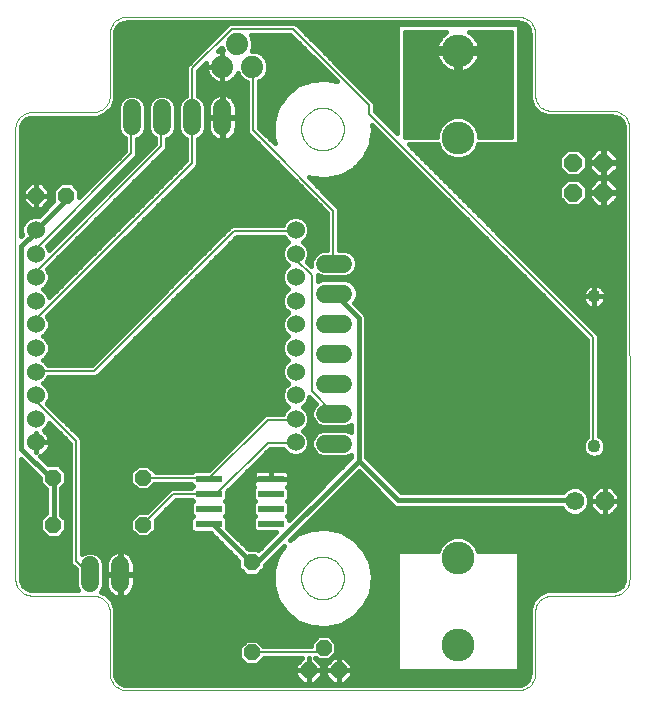
<source format=gtl>
G75*
%MOIN*%
%OFA0B0*%
%FSLAX24Y24*%
%IPPOS*%
%LPD*%
%AMOC8*
5,1,8,0,0,1.08239X$1,22.5*
%
%ADD10C,0.0000*%
%ADD11C,0.0740*%
%ADD12OC8,0.0520*%
%ADD13C,0.1095*%
%ADD14OC8,0.0620*%
%ADD15C,0.0620*%
%ADD16C,0.0600*%
%ADD17C,0.0436*%
%ADD18OC8,0.0600*%
%ADD19C,0.0600*%
%ADD20R,0.0870X0.0240*%
%ADD21C,0.0160*%
%ADD22R,0.0356X0.0356*%
%ADD23C,0.0157*%
%ADD24C,0.0079*%
D10*
X003547Y002773D02*
X003545Y002819D01*
X003539Y002865D01*
X003530Y002910D01*
X003517Y002954D01*
X003500Y002997D01*
X003480Y003038D01*
X003456Y003078D01*
X003430Y003115D01*
X003400Y003150D01*
X003367Y003183D01*
X003332Y003213D01*
X003295Y003239D01*
X003255Y003263D01*
X003214Y003283D01*
X003171Y003300D01*
X003127Y003313D01*
X003082Y003322D01*
X003036Y003328D01*
X002990Y003330D01*
X000954Y003330D01*
X000954Y003329D02*
X000908Y003331D01*
X000862Y003337D01*
X000817Y003346D01*
X000773Y003359D01*
X000730Y003376D01*
X000689Y003396D01*
X000649Y003420D01*
X000612Y003446D01*
X000577Y003476D01*
X000544Y003509D01*
X000514Y003544D01*
X000488Y003581D01*
X000464Y003621D01*
X000444Y003662D01*
X000427Y003705D01*
X000414Y003749D01*
X000405Y003794D01*
X000399Y003840D01*
X000397Y003886D01*
X000397Y018907D01*
X000398Y018907D02*
X000400Y018952D01*
X000405Y018996D01*
X000415Y019040D01*
X000427Y019082D01*
X000443Y019124D01*
X000463Y019164D01*
X000486Y019202D01*
X000512Y019239D01*
X000541Y019273D01*
X000572Y019304D01*
X000606Y019333D01*
X000643Y019359D01*
X000681Y019382D01*
X000721Y019402D01*
X000763Y019418D01*
X000805Y019430D01*
X000849Y019440D01*
X000893Y019445D01*
X000938Y019447D01*
X000938Y019448D02*
X002973Y019448D01*
X002973Y019447D02*
X003018Y019449D01*
X003063Y019454D01*
X003107Y019463D01*
X003150Y019475D01*
X003193Y019491D01*
X003234Y019510D01*
X003273Y019532D01*
X003310Y019557D01*
X003346Y019585D01*
X003379Y019615D01*
X003409Y019648D01*
X003437Y019684D01*
X003462Y019721D01*
X003484Y019760D01*
X003503Y019801D01*
X003519Y019844D01*
X003531Y019887D01*
X003540Y019931D01*
X003545Y019976D01*
X003547Y020021D01*
X003547Y022064D01*
X003549Y022110D01*
X003555Y022156D01*
X003564Y022201D01*
X003577Y022245D01*
X003594Y022288D01*
X003614Y022329D01*
X003638Y022369D01*
X003664Y022406D01*
X003694Y022441D01*
X003727Y022474D01*
X003762Y022504D01*
X003799Y022530D01*
X003839Y022554D01*
X003880Y022574D01*
X003923Y022591D01*
X003967Y022604D01*
X004012Y022613D01*
X004058Y022619D01*
X004104Y022621D01*
X017164Y022621D01*
X017210Y022619D01*
X017256Y022613D01*
X017301Y022604D01*
X017345Y022591D01*
X017388Y022574D01*
X017429Y022554D01*
X017469Y022530D01*
X017506Y022504D01*
X017541Y022474D01*
X017574Y022441D01*
X017604Y022406D01*
X017630Y022369D01*
X017654Y022329D01*
X017674Y022288D01*
X017691Y022245D01*
X017704Y022201D01*
X017713Y022156D01*
X017719Y022110D01*
X017721Y022064D01*
X017720Y022064D02*
X017720Y020033D01*
X017722Y019988D01*
X017727Y019943D01*
X017737Y019899D01*
X017750Y019856D01*
X017766Y019814D01*
X017786Y019773D01*
X017809Y019734D01*
X017835Y019698D01*
X017864Y019663D01*
X017896Y019631D01*
X017931Y019602D01*
X017967Y019576D01*
X018006Y019553D01*
X018047Y019533D01*
X018089Y019517D01*
X018132Y019504D01*
X018176Y019494D01*
X018221Y019489D01*
X018266Y019487D01*
X020300Y019487D01*
X020299Y019487D02*
X020346Y019485D01*
X020392Y019479D01*
X020437Y019470D01*
X020482Y019456D01*
X020525Y019439D01*
X020567Y019419D01*
X020607Y019395D01*
X020645Y019368D01*
X020680Y019338D01*
X020713Y019305D01*
X020743Y019270D01*
X020770Y019232D01*
X020794Y019192D01*
X020815Y019150D01*
X020832Y019107D01*
X020845Y019062D01*
X020854Y019017D01*
X020860Y018970D01*
X020862Y018924D01*
X020870Y003888D01*
X020870Y003887D02*
X020868Y003841D01*
X020863Y003795D01*
X020853Y003750D01*
X020840Y003706D01*
X020823Y003663D01*
X020803Y003622D01*
X020780Y003582D01*
X020753Y003544D01*
X020723Y003509D01*
X020691Y003477D01*
X020656Y003447D01*
X020618Y003420D01*
X020578Y003396D01*
X020537Y003376D01*
X020494Y003359D01*
X020450Y003346D01*
X020405Y003337D01*
X020359Y003331D01*
X020313Y003329D01*
X020313Y003330D02*
X018277Y003330D01*
X018231Y003328D01*
X018185Y003322D01*
X018140Y003313D01*
X018096Y003300D01*
X018053Y003283D01*
X018012Y003263D01*
X017972Y003239D01*
X017935Y003213D01*
X017900Y003183D01*
X017867Y003150D01*
X017837Y003115D01*
X017811Y003078D01*
X017787Y003038D01*
X017767Y002997D01*
X017750Y002954D01*
X017737Y002910D01*
X017728Y002865D01*
X017722Y002819D01*
X017720Y002773D01*
X017720Y000737D01*
X017721Y000737D02*
X017719Y000691D01*
X017713Y000645D01*
X017704Y000600D01*
X017691Y000556D01*
X017674Y000513D01*
X017654Y000472D01*
X017630Y000432D01*
X017604Y000395D01*
X017574Y000360D01*
X017541Y000327D01*
X017506Y000297D01*
X017469Y000271D01*
X017429Y000247D01*
X017388Y000227D01*
X017345Y000210D01*
X017301Y000197D01*
X017256Y000188D01*
X017210Y000182D01*
X017164Y000180D01*
X004104Y000180D01*
X004058Y000182D01*
X004012Y000188D01*
X003967Y000197D01*
X003923Y000210D01*
X003880Y000227D01*
X003839Y000247D01*
X003799Y000271D01*
X003762Y000297D01*
X003727Y000327D01*
X003694Y000360D01*
X003664Y000395D01*
X003638Y000432D01*
X003614Y000472D01*
X003594Y000513D01*
X003577Y000556D01*
X003564Y000600D01*
X003555Y000645D01*
X003549Y000691D01*
X003547Y000737D01*
X003547Y002773D01*
X009925Y003920D02*
X009927Y003973D01*
X009933Y004026D01*
X009943Y004078D01*
X009956Y004129D01*
X009974Y004179D01*
X009995Y004228D01*
X010020Y004275D01*
X010048Y004319D01*
X010080Y004362D01*
X010114Y004402D01*
X010152Y004440D01*
X010192Y004474D01*
X010235Y004506D01*
X010280Y004534D01*
X010326Y004559D01*
X010375Y004580D01*
X010425Y004598D01*
X010476Y004611D01*
X010528Y004621D01*
X010581Y004627D01*
X010634Y004629D01*
X010687Y004627D01*
X010740Y004621D01*
X010792Y004611D01*
X010843Y004598D01*
X010893Y004580D01*
X010942Y004559D01*
X010989Y004534D01*
X011033Y004506D01*
X011076Y004474D01*
X011116Y004440D01*
X011154Y004402D01*
X011188Y004362D01*
X011220Y004319D01*
X011248Y004274D01*
X011273Y004228D01*
X011294Y004179D01*
X011312Y004129D01*
X011325Y004078D01*
X011335Y004026D01*
X011341Y003973D01*
X011343Y003920D01*
X011341Y003867D01*
X011335Y003814D01*
X011325Y003762D01*
X011312Y003711D01*
X011294Y003661D01*
X011273Y003612D01*
X011248Y003565D01*
X011220Y003521D01*
X011188Y003478D01*
X011154Y003438D01*
X011116Y003400D01*
X011076Y003366D01*
X011033Y003334D01*
X010988Y003306D01*
X010942Y003281D01*
X010893Y003260D01*
X010843Y003242D01*
X010792Y003229D01*
X010740Y003219D01*
X010687Y003213D01*
X010634Y003211D01*
X010581Y003213D01*
X010528Y003219D01*
X010476Y003229D01*
X010425Y003242D01*
X010375Y003260D01*
X010326Y003281D01*
X010279Y003306D01*
X010235Y003334D01*
X010192Y003366D01*
X010152Y003400D01*
X010114Y003438D01*
X010080Y003478D01*
X010048Y003521D01*
X010020Y003566D01*
X009995Y003612D01*
X009974Y003661D01*
X009956Y003711D01*
X009943Y003762D01*
X009933Y003814D01*
X009927Y003867D01*
X009925Y003920D01*
X009925Y018881D02*
X009927Y018934D01*
X009933Y018987D01*
X009943Y019039D01*
X009956Y019090D01*
X009974Y019140D01*
X009995Y019189D01*
X010020Y019236D01*
X010048Y019280D01*
X010080Y019323D01*
X010114Y019363D01*
X010152Y019401D01*
X010192Y019435D01*
X010235Y019467D01*
X010280Y019495D01*
X010326Y019520D01*
X010375Y019541D01*
X010425Y019559D01*
X010476Y019572D01*
X010528Y019582D01*
X010581Y019588D01*
X010634Y019590D01*
X010687Y019588D01*
X010740Y019582D01*
X010792Y019572D01*
X010843Y019559D01*
X010893Y019541D01*
X010942Y019520D01*
X010989Y019495D01*
X011033Y019467D01*
X011076Y019435D01*
X011116Y019401D01*
X011154Y019363D01*
X011188Y019323D01*
X011220Y019280D01*
X011248Y019235D01*
X011273Y019189D01*
X011294Y019140D01*
X011312Y019090D01*
X011325Y019039D01*
X011335Y018987D01*
X011341Y018934D01*
X011343Y018881D01*
X011341Y018828D01*
X011335Y018775D01*
X011325Y018723D01*
X011312Y018672D01*
X011294Y018622D01*
X011273Y018573D01*
X011248Y018526D01*
X011220Y018482D01*
X011188Y018439D01*
X011154Y018399D01*
X011116Y018361D01*
X011076Y018327D01*
X011033Y018295D01*
X010988Y018267D01*
X010942Y018242D01*
X010893Y018221D01*
X010843Y018203D01*
X010792Y018190D01*
X010740Y018180D01*
X010687Y018174D01*
X010634Y018172D01*
X010581Y018174D01*
X010528Y018180D01*
X010476Y018190D01*
X010425Y018203D01*
X010375Y018221D01*
X010326Y018242D01*
X010279Y018267D01*
X010235Y018295D01*
X010192Y018327D01*
X010152Y018361D01*
X010114Y018399D01*
X010080Y018439D01*
X010048Y018482D01*
X010020Y018527D01*
X009995Y018573D01*
X009974Y018622D01*
X009956Y018672D01*
X009943Y018723D01*
X009933Y018775D01*
X009927Y018828D01*
X009925Y018881D01*
D11*
X008301Y020960D03*
X007801Y021710D03*
X007301Y020960D03*
D12*
X002094Y016664D03*
X001094Y016664D03*
X001653Y007267D03*
X001653Y005692D03*
X004653Y005692D03*
X004653Y007267D03*
X008271Y004436D03*
X008271Y001436D03*
X010173Y000841D03*
X010673Y001591D03*
X011173Y000841D03*
D13*
X015149Y001701D03*
X015149Y004601D03*
X015149Y018601D03*
X015149Y021501D03*
D14*
X020039Y006487D03*
D15*
X019039Y006487D03*
D16*
X009736Y008436D03*
X009736Y009223D03*
X009736Y010011D03*
X009736Y010798D03*
X009736Y011586D03*
X009736Y012373D03*
X009736Y013160D03*
X009736Y013948D03*
X009736Y014735D03*
X009736Y015523D03*
X001075Y015523D03*
X001075Y014735D03*
X001075Y013948D03*
X001075Y013160D03*
X001075Y012373D03*
X001075Y011586D03*
X001075Y010798D03*
X001075Y010011D03*
X001075Y009223D03*
X001075Y008436D03*
D17*
X019689Y008310D03*
X019689Y013310D03*
D18*
X019992Y016767D03*
X019992Y017767D03*
X018992Y017767D03*
X018992Y016767D03*
D19*
X011327Y014400D02*
X010727Y014400D01*
X010727Y013400D02*
X011327Y013400D01*
X011327Y012400D02*
X010727Y012400D01*
X010727Y011400D02*
X011327Y011400D01*
X011327Y010400D02*
X010727Y010400D01*
X010727Y009400D02*
X011327Y009400D01*
X011327Y008400D02*
X010727Y008400D01*
X003890Y004338D02*
X003890Y003738D01*
X002890Y003738D02*
X002890Y004338D01*
X004291Y018974D02*
X004291Y019574D01*
X005291Y019574D02*
X005291Y018974D01*
X006291Y018974D02*
X006291Y019574D01*
X007291Y019574D02*
X007291Y018974D01*
D20*
X006848Y007229D03*
X006848Y006729D03*
X006848Y006229D03*
X006848Y005729D03*
X008908Y005729D03*
X008908Y006229D03*
X008908Y006729D03*
X008908Y007229D03*
D21*
X008908Y007229D01*
X009523Y007229D01*
X009523Y007086D01*
X009511Y007040D01*
X009487Y006999D01*
X009454Y006966D01*
X009503Y006916D01*
X009503Y006543D01*
X009440Y006479D01*
X009503Y006416D01*
X009503Y006043D01*
X009440Y005979D01*
X009503Y005916D01*
X009503Y005863D01*
X011581Y007940D01*
X011581Y008007D01*
X011419Y007940D01*
X010636Y007940D01*
X010466Y008010D01*
X010337Y008140D01*
X010267Y008309D01*
X010267Y008492D01*
X010337Y008661D01*
X010466Y008791D01*
X010636Y008861D01*
X011419Y008861D01*
X011581Y008794D01*
X011581Y009007D01*
X011419Y008940D01*
X010636Y008940D01*
X010466Y009010D01*
X010337Y009140D01*
X010267Y009309D01*
X010267Y009492D01*
X010337Y009661D01*
X010411Y009735D01*
X010197Y009949D01*
X010197Y009919D01*
X010127Y009750D01*
X009997Y009620D01*
X009989Y009617D01*
X009997Y009614D01*
X010127Y009484D01*
X010197Y009315D01*
X010197Y009132D01*
X010127Y008962D01*
X009997Y008833D01*
X009989Y008830D01*
X009997Y008826D01*
X010127Y008697D01*
X010197Y008528D01*
X010197Y008344D01*
X010127Y008175D01*
X009997Y008045D01*
X009828Y007975D01*
X009644Y007975D01*
X009475Y008045D01*
X009345Y008175D01*
X009322Y008231D01*
X008891Y008231D01*
X007443Y006784D01*
X007443Y006543D01*
X007380Y006479D01*
X007443Y006416D01*
X007443Y006043D01*
X007393Y005992D01*
X007461Y005923D01*
X007461Y005598D01*
X008185Y004874D01*
X008453Y004874D01*
X008484Y004843D01*
X009089Y005449D01*
X008406Y005449D01*
X008312Y005543D01*
X008312Y005916D01*
X008376Y005979D01*
X008312Y006043D01*
X008312Y006416D01*
X008376Y006479D01*
X008312Y006543D01*
X008312Y006916D01*
X008362Y006966D01*
X008329Y006999D01*
X008305Y007040D01*
X008293Y007086D01*
X008293Y007229D01*
X008908Y007229D01*
X009523Y007229D01*
X009523Y007373D01*
X009511Y007419D01*
X009487Y007460D01*
X009453Y007493D01*
X009412Y007517D01*
X009366Y007529D01*
X008908Y007529D01*
X008908Y007229D01*
X008908Y007229D01*
X008908Y007229D01*
X008293Y007229D01*
X008293Y007373D01*
X008305Y007419D01*
X008329Y007460D01*
X008362Y007493D01*
X008403Y007517D01*
X008449Y007529D01*
X008908Y007529D01*
X008908Y007229D01*
X008908Y007313D02*
X008908Y007313D01*
X008908Y007471D02*
X008908Y007471D01*
X008448Y007788D02*
X011429Y007788D01*
X011435Y007947D02*
X011581Y007947D01*
X011270Y007630D02*
X008289Y007630D01*
X008340Y007471D02*
X008131Y007471D01*
X007972Y007313D02*
X008293Y007313D01*
X008293Y007154D02*
X007814Y007154D01*
X007655Y006996D02*
X008332Y006996D01*
X008312Y006837D02*
X007497Y006837D01*
X007443Y006679D02*
X008312Y006679D01*
X008335Y006520D02*
X007421Y006520D01*
X007443Y006362D02*
X008312Y006362D01*
X008312Y006203D02*
X007443Y006203D01*
X007443Y006045D02*
X008312Y006045D01*
X008312Y005886D02*
X007461Y005886D01*
X007461Y005728D02*
X008312Y005728D01*
X008312Y005569D02*
X007490Y005569D01*
X007649Y005411D02*
X009051Y005411D01*
X008893Y005252D02*
X007807Y005252D01*
X007966Y005094D02*
X008734Y005094D01*
X008576Y004935D02*
X008124Y004935D01*
X007714Y004618D02*
X004280Y004618D01*
X004300Y004590D02*
X004256Y004651D01*
X004202Y004704D01*
X004141Y004749D01*
X004074Y004783D01*
X004002Y004806D01*
X003927Y004818D01*
X003910Y004818D01*
X003910Y004058D01*
X004370Y004058D01*
X004370Y004376D01*
X004358Y004451D01*
X004334Y004523D01*
X004300Y004590D01*
X004355Y004460D02*
X007833Y004460D01*
X007833Y004499D02*
X007833Y004254D01*
X008090Y003997D01*
X008453Y003997D01*
X008710Y004254D01*
X008710Y004342D01*
X009341Y004973D01*
X009120Y004649D01*
X008972Y004171D01*
X008972Y003670D01*
X009120Y003191D01*
X009402Y002777D01*
X009402Y002777D01*
X009402Y002777D01*
X009794Y002465D01*
X010260Y002282D01*
X010759Y002245D01*
X011247Y002356D01*
X011247Y002356D01*
X011681Y002607D01*
X012022Y002974D01*
X012239Y003425D01*
X012314Y003920D01*
X012239Y004415D01*
X012239Y004415D01*
X012022Y004867D01*
X011681Y005234D01*
X011247Y005484D01*
X010759Y005595D01*
X010260Y005558D01*
X010260Y005558D01*
X009794Y005375D01*
X009544Y005176D01*
X011838Y007470D01*
X013008Y006300D01*
X013102Y006261D01*
X018604Y006261D01*
X018625Y006210D01*
X018763Y006073D01*
X018942Y005999D01*
X019136Y005999D01*
X019316Y006073D01*
X019453Y006210D01*
X019528Y006390D01*
X019528Y006584D01*
X019453Y006764D01*
X019316Y006901D01*
X019136Y006976D01*
X018942Y006976D01*
X018763Y006901D01*
X018637Y006775D01*
X013260Y006775D01*
X012095Y007940D01*
X012095Y012628D01*
X012056Y012723D01*
X011984Y012795D01*
X011691Y013088D01*
X011733Y013129D01*
X011806Y013305D01*
X011806Y013496D01*
X011733Y013671D01*
X011598Y013806D01*
X011423Y013879D01*
X010632Y013879D01*
X010483Y013817D01*
X010483Y014003D01*
X010636Y013940D01*
X011419Y013940D01*
X011588Y014010D01*
X011718Y014140D01*
X011788Y014309D01*
X011788Y014492D01*
X011718Y014661D01*
X011588Y014791D01*
X011419Y014861D01*
X011201Y014861D01*
X011201Y016248D01*
X010171Y017278D01*
X010260Y017243D01*
X010759Y017205D01*
X011247Y017317D01*
X011247Y017317D01*
X011681Y017567D01*
X011681Y017567D01*
X011681Y017567D01*
X012022Y017934D01*
X012022Y017934D01*
X012239Y018386D01*
X012314Y018881D01*
X012294Y019014D01*
X019451Y011856D01*
X019451Y008608D01*
X019368Y008525D01*
X019310Y008385D01*
X019310Y008235D01*
X019368Y008095D01*
X019474Y007989D01*
X019613Y007931D01*
X019764Y007931D01*
X019903Y007989D01*
X020010Y008095D01*
X020068Y008235D01*
X020068Y008385D01*
X020010Y008525D01*
X019903Y008631D01*
X019851Y008653D01*
X019851Y012022D01*
X013502Y018371D01*
X014478Y018371D01*
X014549Y018200D01*
X014748Y018001D01*
X015009Y017893D01*
X015290Y017893D01*
X015551Y018001D01*
X015750Y018200D01*
X015821Y018371D01*
X017103Y018371D01*
X017179Y018447D01*
X017179Y022305D01*
X017103Y022381D01*
X013196Y022381D01*
X013119Y022305D01*
X013119Y018754D01*
X012397Y019476D01*
X012397Y019755D01*
X009846Y022307D01*
X009728Y022424D01*
X007530Y022424D01*
X006214Y021108D01*
X006097Y020991D01*
X006097Y019993D01*
X006030Y019965D01*
X005901Y019835D01*
X005830Y019666D01*
X005830Y018883D01*
X005752Y018883D01*
X005752Y019666D01*
X005682Y019835D01*
X005552Y019965D01*
X005383Y020035D01*
X005200Y020035D01*
X005030Y019965D01*
X004901Y019835D01*
X004830Y019666D01*
X004830Y018883D01*
X004752Y018883D01*
X004752Y019666D01*
X004682Y019835D01*
X004552Y019965D01*
X004383Y020035D01*
X004200Y020035D01*
X004030Y019965D01*
X003901Y019835D01*
X003830Y019666D01*
X003830Y018883D01*
X000577Y018883D01*
X000577Y018907D02*
X000584Y018978D01*
X000638Y019108D01*
X000738Y019207D01*
X000867Y019261D01*
X000938Y019268D01*
X003123Y019268D01*
X003400Y019382D01*
X003400Y019382D01*
X003489Y019471D01*
X003547Y019471D01*
X003547Y019529D01*
X003612Y019594D01*
X003612Y019594D01*
X003727Y019872D01*
X003727Y022064D01*
X003734Y022138D01*
X003791Y022273D01*
X003895Y022377D01*
X004030Y022434D01*
X004104Y022441D01*
X017164Y022441D01*
X017237Y022434D01*
X017373Y022377D01*
X017477Y022273D01*
X017533Y022138D01*
X017540Y022064D01*
X017540Y019888D01*
X017651Y019622D01*
X017720Y019552D01*
X017720Y019471D01*
X017801Y019471D01*
X017855Y019418D01*
X018122Y019307D01*
X020300Y019307D01*
X020374Y019300D01*
X020512Y019242D01*
X020618Y019137D01*
X020675Y018999D01*
X020682Y018924D01*
X020682Y018923D01*
X020682Y018850D01*
X020682Y018850D01*
X020690Y003962D01*
X020689Y003962D01*
X020690Y003887D01*
X020683Y003814D01*
X020626Y003677D01*
X020522Y003573D01*
X020386Y003517D01*
X020313Y003510D01*
X018131Y003510D01*
X017860Y003397D01*
X017792Y003330D01*
X017720Y003330D01*
X017720Y003258D01*
X017652Y003190D01*
X017540Y002919D01*
X017540Y000737D01*
X017533Y000663D01*
X017477Y000527D01*
X017373Y000423D01*
X017237Y000367D01*
X017164Y000360D01*
X004104Y000360D01*
X004030Y000367D01*
X003895Y000423D01*
X003791Y000527D01*
X003734Y000663D01*
X003727Y000737D01*
X003727Y002919D01*
X003615Y003190D01*
X003615Y003190D01*
X003547Y003258D01*
X003547Y003330D01*
X003475Y003330D01*
X003408Y003397D01*
X003408Y003397D01*
X003261Y003458D01*
X003280Y003477D01*
X003350Y003647D01*
X003350Y004430D01*
X003280Y004599D01*
X003151Y004729D01*
X002981Y004799D01*
X002798Y004799D01*
X002631Y004730D01*
X002631Y008554D01*
X002513Y008671D01*
X001450Y009735D01*
X001465Y009750D01*
X001535Y009919D01*
X001535Y010102D01*
X001465Y010272D01*
X001336Y010401D01*
X001328Y010404D01*
X001336Y010408D01*
X001465Y010537D01*
X001501Y010623D01*
X003111Y010623D01*
X007775Y015287D01*
X009335Y015287D01*
X009345Y015262D01*
X009475Y015132D01*
X009483Y015129D01*
X009475Y015126D01*
X009345Y014996D01*
X009275Y014827D01*
X009275Y014643D01*
X009345Y014474D01*
X009475Y014345D01*
X009483Y014341D01*
X009475Y014338D01*
X009345Y014209D01*
X009275Y014039D01*
X009275Y013856D01*
X009345Y013687D01*
X009475Y013557D01*
X009483Y013554D01*
X009475Y013551D01*
X009345Y013421D01*
X009275Y013252D01*
X009275Y013069D01*
X009345Y012899D01*
X009475Y012770D01*
X009483Y012767D01*
X009475Y012763D01*
X009345Y012634D01*
X009275Y012465D01*
X009275Y012281D01*
X009345Y012112D01*
X009475Y011982D01*
X009483Y011979D01*
X009475Y011976D01*
X009345Y011846D01*
X009275Y011677D01*
X009275Y011494D01*
X009345Y011325D01*
X009475Y011195D01*
X009483Y011192D01*
X009475Y011189D01*
X009345Y011059D01*
X009275Y010890D01*
X009275Y010706D01*
X009345Y010537D01*
X009475Y010408D01*
X009483Y010404D01*
X009475Y010401D01*
X009345Y010272D01*
X009275Y010102D01*
X009275Y009919D01*
X009345Y009750D01*
X009475Y009620D01*
X009483Y009617D01*
X009475Y009614D01*
X009345Y009484D01*
X009306Y009389D01*
X008726Y009389D01*
X006846Y007510D01*
X006346Y007510D01*
X006272Y007436D01*
X005074Y007436D01*
X005074Y007441D01*
X004828Y007687D01*
X004479Y007687D01*
X004233Y007441D01*
X004233Y007092D01*
X004479Y006846D01*
X004828Y006846D01*
X005017Y007036D01*
X006259Y007036D01*
X006316Y006979D01*
X006254Y006917D01*
X005576Y006917D01*
X004771Y006113D01*
X004479Y006113D01*
X004233Y005866D01*
X004233Y005518D01*
X004479Y005271D01*
X004828Y005271D01*
X005074Y005518D01*
X005074Y005849D01*
X005742Y006517D01*
X006277Y006517D01*
X006316Y006479D01*
X006252Y006416D01*
X006252Y006043D01*
X006303Y005992D01*
X006234Y005923D01*
X006234Y005535D01*
X006339Y005431D01*
X006901Y005431D01*
X007833Y004499D01*
X007833Y004301D02*
X004370Y004301D01*
X004370Y004143D02*
X007945Y004143D01*
X007555Y004777D02*
X004087Y004777D01*
X003910Y004777D02*
X003870Y004777D01*
X003870Y004818D02*
X003852Y004818D01*
X003777Y004806D01*
X003705Y004783D01*
X003638Y004749D01*
X003577Y004704D01*
X003523Y004651D01*
X003479Y004590D01*
X003445Y004523D01*
X003421Y004451D01*
X003410Y004376D01*
X003410Y004058D01*
X003870Y004058D01*
X003870Y004818D01*
X003692Y004777D02*
X003035Y004777D01*
X003261Y004618D02*
X003500Y004618D01*
X003424Y004460D02*
X003338Y004460D01*
X003350Y004301D02*
X003410Y004301D01*
X003410Y004143D02*
X003350Y004143D01*
X003410Y004018D02*
X003410Y003700D01*
X003421Y003626D01*
X003445Y003554D01*
X003479Y003487D01*
X003523Y003426D01*
X003577Y003372D01*
X003638Y003328D01*
X003705Y003293D01*
X003777Y003270D01*
X003852Y003258D01*
X003870Y003258D01*
X003870Y004018D01*
X003910Y004018D01*
X003910Y004058D01*
X003870Y004058D01*
X003870Y004018D01*
X003410Y004018D01*
X003410Y003984D02*
X003350Y003984D01*
X003350Y003826D02*
X003410Y003826D01*
X003415Y003667D02*
X003350Y003667D01*
X003293Y003509D02*
X003468Y003509D01*
X003455Y003350D02*
X003607Y003350D01*
X003614Y003192D02*
X009120Y003192D01*
X009120Y003191D02*
X009120Y003191D01*
X009071Y003350D02*
X004172Y003350D01*
X004202Y003372D02*
X004256Y003426D01*
X004300Y003487D01*
X004334Y003554D01*
X004358Y003626D01*
X004370Y003700D01*
X004370Y004018D01*
X003910Y004018D01*
X003910Y003258D01*
X003927Y003258D01*
X004002Y003270D01*
X004074Y003293D01*
X004141Y003328D01*
X004202Y003372D01*
X004311Y003509D02*
X009022Y003509D01*
X008973Y003667D02*
X004364Y003667D01*
X004370Y003826D02*
X008972Y003826D01*
X008972Y003984D02*
X004370Y003984D01*
X003910Y003984D02*
X003870Y003984D01*
X003870Y003826D02*
X003910Y003826D01*
X003910Y003667D02*
X003870Y003667D01*
X003870Y003509D02*
X003910Y003509D01*
X003910Y003350D02*
X003870Y003350D01*
X003680Y003033D02*
X009228Y003033D01*
X009336Y002875D02*
X003727Y002875D01*
X003727Y002716D02*
X009479Y002716D01*
X009678Y002558D02*
X003727Y002558D01*
X003727Y002399D02*
X009962Y002399D01*
X009794Y002465D02*
X009794Y002465D01*
X010260Y002282D02*
X010260Y002282D01*
X010499Y002012D02*
X010252Y001766D01*
X010252Y001656D01*
X008647Y001656D01*
X008446Y001857D01*
X008097Y001857D01*
X007851Y001610D01*
X007851Y001262D01*
X008097Y001015D01*
X008446Y001015D01*
X008686Y001256D01*
X009965Y001256D01*
X009733Y001024D01*
X009733Y000841D01*
X009733Y000659D01*
X009991Y000401D01*
X010173Y000401D01*
X010173Y000841D01*
X010173Y000841D01*
X010173Y000401D01*
X010355Y000401D01*
X010613Y000659D01*
X010613Y000841D01*
X010173Y000841D01*
X009733Y000841D01*
X010173Y000841D01*
X010173Y000841D01*
X010173Y000841D01*
X010613Y000841D01*
X010613Y001024D01*
X010381Y001256D01*
X010414Y001256D01*
X010499Y001171D01*
X010847Y001171D01*
X011094Y001417D01*
X011094Y001766D01*
X010847Y002012D01*
X010499Y002012D01*
X010410Y001924D02*
X003727Y001924D01*
X003727Y002082D02*
X013119Y002082D01*
X013119Y001924D02*
X010936Y001924D01*
X011094Y001765D02*
X013119Y001765D01*
X013119Y001607D02*
X011094Y001607D01*
X011094Y001448D02*
X013119Y001448D01*
X013119Y001290D02*
X010966Y001290D01*
X010991Y001281D02*
X010733Y001024D01*
X010733Y000841D01*
X010733Y000659D01*
X010991Y000401D01*
X011173Y000401D01*
X011173Y000841D01*
X011173Y000841D01*
X011173Y000401D01*
X011355Y000401D01*
X011613Y000659D01*
X011613Y000841D01*
X011173Y000841D01*
X010733Y000841D01*
X011173Y000841D01*
X011173Y000841D01*
X011173Y000841D01*
X011613Y000841D01*
X011613Y001024D01*
X011355Y001281D01*
X011173Y001281D01*
X010991Y001281D01*
X011173Y001281D02*
X011173Y000841D01*
X011173Y000841D01*
X011173Y001281D01*
X011173Y001131D02*
X011173Y001131D01*
X011173Y000973D02*
X011173Y000973D01*
X011173Y000814D02*
X011173Y000814D01*
X011173Y000656D02*
X011173Y000656D01*
X011173Y000497D02*
X011173Y000497D01*
X010895Y000497D02*
X010451Y000497D01*
X010609Y000656D02*
X010737Y000656D01*
X010733Y000814D02*
X010613Y000814D01*
X010613Y000973D02*
X010733Y000973D01*
X010840Y001131D02*
X010506Y001131D01*
X010173Y001131D02*
X010173Y001131D01*
X010173Y001256D02*
X010173Y000841D01*
X010173Y001256D01*
X010173Y001256D01*
X010173Y000973D02*
X010173Y000973D01*
X010173Y000841D02*
X010173Y000841D01*
X010173Y000814D02*
X010173Y000814D01*
X010173Y000656D02*
X010173Y000656D01*
X010173Y000497D02*
X010173Y000497D01*
X009895Y000497D02*
X003821Y000497D01*
X003738Y000656D02*
X009737Y000656D01*
X009733Y000814D02*
X003727Y000814D01*
X003727Y000973D02*
X009733Y000973D01*
X009840Y001131D02*
X008562Y001131D01*
X007981Y001131D02*
X003727Y001131D01*
X003727Y001290D02*
X007851Y001290D01*
X007851Y001448D02*
X003727Y001448D01*
X003727Y001607D02*
X007851Y001607D01*
X008006Y001765D02*
X003727Y001765D01*
X003727Y002241D02*
X013119Y002241D01*
X013119Y002399D02*
X011321Y002399D01*
X011596Y002558D02*
X013119Y002558D01*
X013119Y002716D02*
X011783Y002716D01*
X011681Y002607D02*
X011681Y002607D01*
X011930Y002875D02*
X013119Y002875D01*
X013119Y003033D02*
X012050Y003033D01*
X012022Y002974D02*
X012022Y002974D01*
X012127Y003192D02*
X013119Y003192D01*
X013119Y003350D02*
X012203Y003350D01*
X012239Y003425D02*
X012239Y003425D01*
X012252Y003509D02*
X013119Y003509D01*
X013119Y003667D02*
X012276Y003667D01*
X012299Y003826D02*
X013119Y003826D01*
X013119Y003984D02*
X012304Y003984D01*
X012280Y004143D02*
X013119Y004143D01*
X013119Y004301D02*
X012256Y004301D01*
X012218Y004460D02*
X013119Y004460D01*
X013119Y004618D02*
X012141Y004618D01*
X012065Y004777D02*
X013141Y004777D01*
X013119Y004755D02*
X013119Y004647D01*
X013119Y000897D01*
X013196Y000821D01*
X017103Y000821D01*
X017179Y000897D01*
X017179Y004755D01*
X017103Y004831D01*
X015821Y004831D01*
X015750Y005002D01*
X015551Y005202D01*
X015290Y005309D01*
X015009Y005309D01*
X014748Y005202D01*
X014549Y005002D01*
X014478Y004831D01*
X013196Y004831D01*
X013119Y004755D01*
X012022Y004867D02*
X012022Y004867D01*
X011958Y004935D02*
X014521Y004935D01*
X014640Y005094D02*
X011811Y005094D01*
X011681Y005234D02*
X011681Y005234D01*
X011649Y005252D02*
X014870Y005252D01*
X015429Y005252D02*
X020689Y005252D01*
X020689Y005094D02*
X015659Y005094D01*
X015778Y004935D02*
X020689Y004935D01*
X020689Y004777D02*
X017158Y004777D01*
X017179Y004618D02*
X020689Y004618D01*
X020689Y004460D02*
X017179Y004460D01*
X017179Y004301D02*
X020689Y004301D01*
X020690Y004143D02*
X017179Y004143D01*
X017179Y003984D02*
X020690Y003984D01*
X020684Y003826D02*
X017179Y003826D01*
X017179Y003667D02*
X020616Y003667D01*
X020689Y005411D02*
X011375Y005411D01*
X011247Y005484D02*
X011247Y005484D01*
X010875Y005569D02*
X020689Y005569D01*
X020689Y005728D02*
X010096Y005728D01*
X010254Y005886D02*
X020689Y005886D01*
X020689Y006045D02*
X020290Y006045D01*
X020242Y005997D02*
X020529Y006284D01*
X020529Y006487D01*
X020039Y006487D01*
X019549Y006487D01*
X019549Y006284D01*
X019836Y005997D01*
X020039Y005997D01*
X020039Y006487D01*
X020039Y006487D01*
X020039Y006487D01*
X019549Y006487D01*
X019549Y006690D01*
X019836Y006977D01*
X020039Y006977D01*
X020039Y006487D01*
X020039Y006487D01*
X020039Y005997D01*
X020242Y005997D01*
X020039Y006045D02*
X020039Y006045D01*
X020039Y006203D02*
X020039Y006203D01*
X020039Y006362D02*
X020039Y006362D01*
X020039Y006487D02*
X020039Y006487D01*
X020039Y006977D01*
X020242Y006977D01*
X020529Y006690D01*
X020529Y006487D01*
X020039Y006487D01*
X020039Y006520D02*
X020039Y006520D01*
X020039Y006679D02*
X020039Y006679D01*
X020039Y006837D02*
X020039Y006837D01*
X019696Y006837D02*
X019380Y006837D01*
X019489Y006679D02*
X019549Y006679D01*
X019549Y006520D02*
X019528Y006520D01*
X019516Y006362D02*
X019549Y006362D01*
X019630Y006203D02*
X019446Y006203D01*
X019247Y006045D02*
X019789Y006045D01*
X020448Y006203D02*
X020689Y006203D01*
X020688Y006362D02*
X020529Y006362D01*
X020529Y006520D02*
X020688Y006520D01*
X020688Y006679D02*
X020529Y006679D01*
X020382Y006837D02*
X020688Y006837D01*
X020688Y006996D02*
X013040Y006996D01*
X012881Y007154D02*
X020688Y007154D01*
X020688Y007313D02*
X012723Y007313D01*
X012564Y007471D02*
X020688Y007471D01*
X020688Y007630D02*
X012406Y007630D01*
X012247Y007788D02*
X020688Y007788D01*
X020688Y007947D02*
X019801Y007947D01*
X019576Y007947D02*
X012095Y007947D01*
X012095Y008105D02*
X019364Y008105D01*
X019310Y008264D02*
X012095Y008264D01*
X012095Y008422D02*
X019325Y008422D01*
X019424Y008581D02*
X012095Y008581D01*
X012095Y008739D02*
X019451Y008739D01*
X019451Y008898D02*
X012095Y008898D01*
X012095Y009056D02*
X019451Y009056D01*
X019451Y009215D02*
X012095Y009215D01*
X012095Y009373D02*
X019451Y009373D01*
X019451Y009532D02*
X012095Y009532D01*
X012095Y009690D02*
X019451Y009690D01*
X019451Y009849D02*
X012095Y009849D01*
X012095Y010007D02*
X019451Y010007D01*
X019451Y010166D02*
X012095Y010166D01*
X012095Y010324D02*
X019451Y010324D01*
X019451Y010483D02*
X012095Y010483D01*
X012095Y010641D02*
X019451Y010641D01*
X019451Y010800D02*
X012095Y010800D01*
X012095Y010958D02*
X019451Y010958D01*
X019451Y011117D02*
X012095Y011117D01*
X012095Y011275D02*
X019451Y011275D01*
X019451Y011434D02*
X012095Y011434D01*
X012095Y011592D02*
X019451Y011592D01*
X019451Y011751D02*
X012095Y011751D01*
X012095Y011909D02*
X019398Y011909D01*
X019240Y012068D02*
X012095Y012068D01*
X012095Y012226D02*
X019081Y012226D01*
X018923Y012385D02*
X012095Y012385D01*
X012095Y012543D02*
X018764Y012543D01*
X018606Y012702D02*
X012065Y012702D01*
X011919Y012860D02*
X018447Y012860D01*
X018289Y013019D02*
X011760Y013019D01*
X011753Y013177D02*
X018130Y013177D01*
X017972Y013336D02*
X011806Y013336D01*
X011806Y013494D02*
X017813Y013494D01*
X017655Y013653D02*
X011741Y013653D01*
X011586Y013811D02*
X017496Y013811D01*
X017338Y013970D02*
X011491Y013970D01*
X011706Y014128D02*
X017179Y014128D01*
X017021Y014287D02*
X011779Y014287D01*
X011788Y014445D02*
X016862Y014445D01*
X016704Y014604D02*
X011742Y014604D01*
X011617Y014762D02*
X016545Y014762D01*
X016387Y014921D02*
X011201Y014921D01*
X011201Y015079D02*
X016228Y015079D01*
X016070Y015238D02*
X011201Y015238D01*
X011201Y015396D02*
X015911Y015396D01*
X015753Y015555D02*
X011201Y015555D01*
X011201Y015713D02*
X015594Y015713D01*
X015436Y015872D02*
X011201Y015872D01*
X011201Y016030D02*
X015277Y016030D01*
X015119Y016189D02*
X011201Y016189D01*
X011101Y016347D02*
X014960Y016347D01*
X014802Y016506D02*
X010943Y016506D01*
X010784Y016664D02*
X014643Y016664D01*
X014485Y016823D02*
X010626Y016823D01*
X010467Y016981D02*
X014326Y016981D01*
X014168Y017140D02*
X010309Y017140D01*
X010260Y017243D02*
X010260Y017243D01*
X009902Y016981D02*
X005802Y016981D01*
X005960Y017140D02*
X009743Y017140D01*
X009585Y017298D02*
X006119Y017298D01*
X006277Y017457D02*
X009426Y017457D01*
X009268Y017615D02*
X006436Y017615D01*
X006380Y017559D02*
X006497Y017676D01*
X006497Y018561D01*
X006552Y018584D01*
X006682Y018714D01*
X006752Y018883D01*
X006820Y018883D01*
X006823Y018862D02*
X006846Y018790D01*
X006881Y018723D01*
X006925Y018662D01*
X006978Y018608D01*
X007040Y018564D01*
X007107Y018530D01*
X007179Y018506D01*
X007253Y018494D01*
X007271Y018494D01*
X007271Y019254D01*
X007311Y019254D01*
X007311Y018494D01*
X007329Y018494D01*
X007404Y018506D01*
X007475Y018530D01*
X007543Y018564D01*
X007604Y018608D01*
X007657Y018662D01*
X007702Y018723D01*
X007736Y018790D01*
X007759Y018862D01*
X007771Y018937D01*
X007771Y019254D01*
X007311Y019254D01*
X007311Y019294D01*
X007771Y019294D01*
X007771Y019612D01*
X007759Y019687D01*
X007736Y019759D01*
X007702Y019826D01*
X007657Y019887D01*
X007604Y019941D01*
X007543Y019985D01*
X007475Y020019D01*
X007404Y020043D01*
X007329Y020054D01*
X007311Y020054D01*
X007311Y019294D01*
X007271Y019294D01*
X007271Y019254D01*
X006811Y019254D01*
X006811Y018937D01*
X006823Y018862D01*
X006752Y018883D02*
X006752Y019666D01*
X006682Y019835D01*
X006552Y019965D01*
X006497Y019988D01*
X006497Y020825D01*
X006767Y021095D01*
X006765Y021088D01*
X006751Y021003D01*
X006751Y020960D01*
X007301Y020960D01*
X007301Y021510D01*
X007309Y021510D01*
X007272Y021600D01*
X007165Y021494D01*
X007172Y021496D01*
X007258Y021510D01*
X007301Y021510D01*
X007301Y020960D01*
X007301Y020960D01*
X007301Y020960D01*
X006751Y020960D01*
X006751Y020916D01*
X006765Y020831D01*
X006791Y020748D01*
X006831Y020671D01*
X006881Y020601D01*
X006943Y020540D01*
X007013Y020489D01*
X007090Y020450D01*
X007172Y020423D01*
X007258Y020410D01*
X007301Y020410D01*
X007344Y020410D01*
X007430Y020423D01*
X007512Y020450D01*
X007589Y020489D01*
X007659Y020540D01*
X007721Y020601D01*
X007771Y020671D01*
X007811Y020748D01*
X007812Y020753D01*
X007851Y020659D01*
X008000Y020510D01*
X008130Y020456D01*
X008130Y018753D01*
X008247Y018635D01*
X010801Y016082D01*
X010801Y014861D01*
X010636Y014861D01*
X010466Y014791D01*
X010337Y014661D01*
X010267Y014492D01*
X010267Y014312D01*
X010115Y014463D01*
X010127Y014474D01*
X010197Y014643D01*
X010197Y014827D01*
X010127Y014996D01*
X009997Y015126D01*
X009989Y015129D01*
X009997Y015132D01*
X010127Y015262D01*
X010197Y015431D01*
X010197Y015614D01*
X010127Y015783D01*
X009997Y015913D01*
X009828Y015983D01*
X009644Y015983D01*
X009475Y015913D01*
X009345Y015783D01*
X009306Y015687D01*
X007609Y015687D01*
X007492Y015570D01*
X002945Y011023D01*
X001480Y011023D01*
X001465Y011059D01*
X001336Y011189D01*
X001328Y011192D01*
X001336Y011195D01*
X001465Y011325D01*
X001535Y011494D01*
X001535Y011677D01*
X001465Y011846D01*
X001336Y011976D01*
X001328Y011979D01*
X001336Y011982D01*
X001465Y012112D01*
X001535Y012281D01*
X001535Y012465D01*
X001465Y012634D01*
X001460Y012639D01*
X006380Y017559D01*
X006497Y017774D02*
X009109Y017774D01*
X008951Y017932D02*
X006497Y017932D01*
X006497Y018091D02*
X008792Y018091D01*
X008634Y018249D02*
X006497Y018249D01*
X006497Y018408D02*
X008475Y018408D01*
X008317Y018566D02*
X007546Y018566D01*
X007703Y018725D02*
X008158Y018725D01*
X008130Y018883D02*
X007763Y018883D01*
X007771Y019042D02*
X008130Y019042D01*
X008130Y019200D02*
X007771Y019200D01*
X007771Y019359D02*
X008130Y019359D01*
X008130Y019517D02*
X007771Y019517D01*
X007761Y019676D02*
X008130Y019676D01*
X008130Y019834D02*
X007696Y019834D01*
X007528Y019993D02*
X008130Y019993D01*
X008130Y020151D02*
X006497Y020151D01*
X006497Y019993D02*
X007054Y019993D01*
X007040Y019985D02*
X006978Y019941D01*
X006925Y019887D01*
X006881Y019826D01*
X006846Y019759D01*
X006823Y019687D01*
X006811Y019612D01*
X006811Y019294D01*
X007271Y019294D01*
X007271Y020054D01*
X007253Y020054D01*
X007179Y020043D01*
X007107Y020019D01*
X007040Y019985D01*
X006886Y019834D02*
X006682Y019834D01*
X006748Y019676D02*
X006821Y019676D01*
X006811Y019517D02*
X006752Y019517D01*
X006752Y019359D02*
X006811Y019359D01*
X006811Y019200D02*
X006752Y019200D01*
X006752Y019042D02*
X006811Y019042D01*
X006880Y018725D02*
X006686Y018725D01*
X006509Y018566D02*
X007037Y018566D01*
X007271Y018566D02*
X007311Y018566D01*
X007311Y018725D02*
X007271Y018725D01*
X007271Y018883D02*
X007311Y018883D01*
X007311Y019042D02*
X007271Y019042D01*
X007271Y019200D02*
X007311Y019200D01*
X007311Y019359D02*
X007271Y019359D01*
X007271Y019517D02*
X007311Y019517D01*
X007311Y019676D02*
X007271Y019676D01*
X007271Y019834D02*
X007311Y019834D01*
X007311Y019993D02*
X007271Y019993D01*
X007301Y020410D02*
X007301Y020960D01*
X007301Y020410D01*
X007301Y020468D02*
X007301Y020468D01*
X007301Y020627D02*
X007301Y020627D01*
X007301Y020785D02*
X007301Y020785D01*
X007301Y020944D02*
X007301Y020944D01*
X007301Y020960D02*
X007301Y020960D01*
X007301Y021102D02*
X007301Y021102D01*
X007301Y021261D02*
X007301Y021261D01*
X007301Y021419D02*
X007301Y021419D01*
X007281Y021578D02*
X007249Y021578D01*
X007000Y021895D02*
X003727Y021895D01*
X003727Y022053D02*
X007159Y022053D01*
X007317Y022212D02*
X003765Y022212D01*
X003887Y022370D02*
X007476Y022370D01*
X008237Y022024D02*
X009563Y022024D01*
X011110Y020476D01*
X010759Y020556D01*
X010260Y020519D01*
X009794Y020336D01*
X009794Y020336D01*
X009402Y020023D01*
X009120Y019610D01*
X009120Y019610D01*
X008972Y019131D01*
X008972Y018630D01*
X009041Y018407D01*
X008530Y018918D01*
X008530Y020480D01*
X008602Y020510D01*
X008751Y020659D01*
X008832Y020854D01*
X008832Y021065D01*
X008751Y021260D01*
X008602Y021409D01*
X008407Y021490D01*
X008285Y021490D01*
X008332Y021604D01*
X008332Y021815D01*
X008251Y022010D01*
X008237Y022024D01*
X008299Y021895D02*
X009692Y021895D01*
X009850Y021736D02*
X008332Y021736D01*
X008321Y021578D02*
X010009Y021578D01*
X010167Y021419D02*
X008578Y021419D01*
X008751Y021261D02*
X010326Y021261D01*
X010484Y021102D02*
X008816Y021102D01*
X008832Y020944D02*
X010643Y020944D01*
X010801Y020785D02*
X008803Y020785D01*
X008719Y020627D02*
X010960Y020627D01*
X010759Y020556D02*
X010759Y020556D01*
X011209Y020944D02*
X013119Y020944D01*
X013119Y021102D02*
X011050Y021102D01*
X010892Y021261D02*
X013119Y021261D01*
X013119Y021419D02*
X010733Y021419D01*
X010575Y021578D02*
X013119Y021578D01*
X013119Y021736D02*
X010416Y021736D01*
X010258Y021895D02*
X013119Y021895D01*
X013119Y022053D02*
X010099Y022053D01*
X009941Y022212D02*
X013119Y022212D01*
X013184Y022370D02*
X009782Y022370D01*
X011367Y020785D02*
X013119Y020785D01*
X013119Y020627D02*
X011526Y020627D01*
X011684Y020468D02*
X013119Y020468D01*
X013119Y020310D02*
X011843Y020310D01*
X012001Y020151D02*
X013119Y020151D01*
X013119Y019993D02*
X012160Y019993D01*
X012318Y019834D02*
X013119Y019834D01*
X013119Y019676D02*
X012397Y019676D01*
X012397Y019517D02*
X013119Y019517D01*
X013119Y019359D02*
X012515Y019359D01*
X012673Y019200D02*
X013119Y019200D01*
X013119Y019042D02*
X012832Y019042D01*
X012990Y018883D02*
X013119Y018883D01*
X013379Y018883D02*
X014500Y018883D01*
X014549Y019002D02*
X014441Y018742D01*
X014441Y018631D01*
X013379Y018631D01*
X013379Y022121D01*
X014768Y022121D01*
X014744Y022107D01*
X014669Y022049D01*
X014601Y021982D01*
X014543Y021906D01*
X014496Y021824D01*
X014459Y021736D01*
X013379Y021736D01*
X013379Y021578D02*
X015069Y021578D01*
X015069Y021581D02*
X015069Y021421D01*
X014426Y021421D01*
X014434Y021359D01*
X014459Y021267D01*
X014496Y021179D01*
X014543Y021096D01*
X014601Y021021D01*
X014669Y020953D01*
X014744Y020895D01*
X014827Y020847D01*
X014915Y020811D01*
X015007Y020786D01*
X015069Y020778D01*
X015069Y021421D01*
X015229Y021421D01*
X015229Y020778D01*
X015292Y020786D01*
X015384Y020811D01*
X015472Y020847D01*
X015554Y020895D01*
X015630Y020953D01*
X015698Y021021D01*
X015756Y021096D01*
X015803Y021179D01*
X015840Y021267D01*
X015864Y021359D01*
X015873Y021421D01*
X015229Y021421D01*
X015229Y021581D01*
X015873Y021581D01*
X015864Y021643D01*
X015840Y021736D01*
X016919Y021736D01*
X016919Y021578D02*
X015229Y021578D01*
X015229Y021419D02*
X015069Y021419D01*
X015069Y021261D02*
X015229Y021261D01*
X015229Y021102D02*
X015069Y021102D01*
X015069Y020944D02*
X015229Y020944D01*
X015229Y020785D02*
X015069Y020785D01*
X015016Y020785D02*
X013379Y020785D01*
X013379Y020627D02*
X016919Y020627D01*
X016919Y020785D02*
X015283Y020785D01*
X015618Y020944D02*
X016919Y020944D01*
X016919Y021102D02*
X015759Y021102D01*
X015837Y021261D02*
X016919Y021261D01*
X016919Y021419D02*
X015872Y021419D01*
X015840Y021736D02*
X015803Y021824D01*
X015756Y021906D01*
X015698Y021982D01*
X015630Y022049D01*
X015554Y022107D01*
X015531Y022121D01*
X016919Y022121D01*
X016919Y018631D01*
X015858Y018631D01*
X015858Y018742D01*
X015750Y019002D01*
X015551Y019202D01*
X015290Y019309D01*
X015009Y019309D01*
X014748Y019202D01*
X014549Y019002D01*
X014588Y019042D02*
X013379Y019042D01*
X013379Y019200D02*
X014747Y019200D01*
X014441Y018725D02*
X013379Y018725D01*
X013624Y018249D02*
X014529Y018249D01*
X014659Y018091D02*
X013783Y018091D01*
X013941Y017932D02*
X014914Y017932D01*
X015384Y017932D02*
X018531Y017932D01*
X018531Y017957D02*
X018531Y017576D01*
X018801Y017306D01*
X019183Y017306D01*
X019453Y017576D01*
X019453Y017957D01*
X019183Y018227D01*
X018801Y018227D01*
X018531Y017957D01*
X018531Y017774D02*
X014100Y017774D01*
X014258Y017615D02*
X018531Y017615D01*
X018650Y017457D02*
X014417Y017457D01*
X014575Y017298D02*
X019782Y017298D01*
X019793Y017287D02*
X019512Y017568D01*
X019512Y017747D01*
X019972Y017747D01*
X019972Y017787D01*
X019972Y018247D01*
X019793Y018247D01*
X019512Y017965D01*
X019512Y017787D01*
X019972Y017787D01*
X020012Y017787D01*
X020012Y018247D01*
X020191Y018247D01*
X020472Y017965D01*
X020472Y017787D01*
X020012Y017787D01*
X020012Y017747D01*
X020472Y017747D01*
X020472Y017568D01*
X020191Y017287D01*
X020012Y017287D01*
X020012Y017747D01*
X019972Y017747D01*
X019972Y017287D01*
X019793Y017287D01*
X019793Y017247D02*
X019512Y016965D01*
X019512Y016787D01*
X019972Y016787D01*
X019972Y017247D01*
X019793Y017247D01*
X019686Y017140D02*
X019271Y017140D01*
X019183Y017227D02*
X019453Y016957D01*
X019453Y016576D01*
X019183Y016306D01*
X018801Y016306D01*
X018531Y016576D01*
X018531Y016957D01*
X018801Y017227D01*
X019183Y017227D01*
X019333Y017457D02*
X019623Y017457D01*
X019512Y017615D02*
X019453Y017615D01*
X019453Y017774D02*
X019972Y017774D01*
X020012Y017774D02*
X020683Y017774D01*
X020683Y017932D02*
X020472Y017932D01*
X020347Y018091D02*
X020683Y018091D01*
X020683Y018249D02*
X015770Y018249D01*
X015640Y018091D02*
X018664Y018091D01*
X019320Y018091D02*
X019637Y018091D01*
X019512Y017932D02*
X019453Y017932D01*
X019972Y017932D02*
X020012Y017932D01*
X020012Y018091D02*
X019972Y018091D01*
X019972Y017615D02*
X020012Y017615D01*
X020012Y017457D02*
X019972Y017457D01*
X019972Y017298D02*
X020012Y017298D01*
X020012Y017247D02*
X020012Y016787D01*
X019972Y016787D01*
X019972Y016747D01*
X019512Y016747D01*
X019512Y016568D01*
X019793Y016287D01*
X019972Y016287D01*
X019972Y016747D01*
X020012Y016747D01*
X020012Y016787D01*
X020472Y016787D01*
X020472Y016965D01*
X020191Y017247D01*
X020012Y017247D01*
X020012Y017140D02*
X019972Y017140D01*
X019972Y016981D02*
X020012Y016981D01*
X020012Y016823D02*
X019972Y016823D01*
X020012Y016747D02*
X020472Y016747D01*
X020472Y016568D01*
X020191Y016287D01*
X020012Y016287D01*
X020012Y016747D01*
X020012Y016664D02*
X019972Y016664D01*
X019972Y016506D02*
X020012Y016506D01*
X020012Y016347D02*
X019972Y016347D01*
X019733Y016347D02*
X019224Y016347D01*
X019382Y016506D02*
X019574Y016506D01*
X019512Y016664D02*
X019453Y016664D01*
X019453Y016823D02*
X019512Y016823D01*
X019528Y016981D02*
X019429Y016981D01*
X018713Y017140D02*
X014734Y017140D01*
X014892Y016981D02*
X018555Y016981D01*
X018531Y016823D02*
X015051Y016823D01*
X015209Y016664D02*
X018531Y016664D01*
X018602Y016506D02*
X015368Y016506D01*
X015526Y016347D02*
X018760Y016347D01*
X020251Y016347D02*
X020684Y016347D01*
X020684Y016189D02*
X015685Y016189D01*
X015843Y016030D02*
X020684Y016030D01*
X020684Y015872D02*
X016002Y015872D01*
X016160Y015713D02*
X020684Y015713D01*
X020684Y015555D02*
X016319Y015555D01*
X016477Y015396D02*
X020684Y015396D01*
X020684Y015238D02*
X016636Y015238D01*
X016794Y015079D02*
X020684Y015079D01*
X020684Y014921D02*
X016953Y014921D01*
X017111Y014762D02*
X020684Y014762D01*
X020684Y014604D02*
X017270Y014604D01*
X017428Y014445D02*
X020684Y014445D01*
X020685Y014287D02*
X017587Y014287D01*
X017745Y014128D02*
X020685Y014128D01*
X020685Y013970D02*
X017904Y013970D01*
X018062Y013811D02*
X020685Y013811D01*
X020685Y013653D02*
X019893Y013653D01*
X019877Y013663D02*
X019805Y013693D01*
X019728Y013708D01*
X019689Y013708D01*
X019689Y013310D01*
X020087Y013310D01*
X020087Y013349D01*
X020072Y013426D01*
X020042Y013498D01*
X019998Y013564D01*
X019943Y013619D01*
X019877Y013663D01*
X019689Y013653D02*
X019689Y013653D01*
X019689Y013708D02*
X019650Y013708D01*
X019573Y013693D01*
X019500Y013663D01*
X019435Y013619D01*
X019380Y013564D01*
X019336Y013498D01*
X019306Y013426D01*
X019291Y013349D01*
X019291Y013310D01*
X019689Y013310D01*
X019689Y013310D01*
X019689Y013310D01*
X020087Y013310D01*
X020087Y013271D01*
X020072Y013194D01*
X020042Y013121D01*
X019998Y013056D01*
X019943Y013001D01*
X019877Y012957D01*
X019805Y012927D01*
X019728Y012912D01*
X019689Y012912D01*
X019689Y013310D01*
X019689Y013310D01*
X019689Y013708D01*
X019485Y013653D02*
X018221Y013653D01*
X018379Y013494D02*
X019334Y013494D01*
X019291Y013336D02*
X018538Y013336D01*
X018696Y013177D02*
X019313Y013177D01*
X019306Y013194D02*
X019336Y013121D01*
X019380Y013056D01*
X019435Y013001D01*
X019500Y012957D01*
X019573Y012927D01*
X019650Y012912D01*
X019689Y012912D01*
X019689Y013310D01*
X019689Y013310D01*
X019291Y013310D01*
X019291Y013271D01*
X019306Y013194D01*
X019417Y013019D02*
X018855Y013019D01*
X019013Y012860D02*
X020685Y012860D01*
X020685Y012702D02*
X019172Y012702D01*
X019330Y012543D02*
X020685Y012543D01*
X020685Y012385D02*
X019489Y012385D01*
X019647Y012226D02*
X020686Y012226D01*
X020686Y012068D02*
X019806Y012068D01*
X019851Y011909D02*
X020686Y011909D01*
X020686Y011751D02*
X019851Y011751D01*
X019851Y011592D02*
X020686Y011592D01*
X020686Y011434D02*
X019851Y011434D01*
X019851Y011275D02*
X020686Y011275D01*
X020686Y011117D02*
X019851Y011117D01*
X019851Y010958D02*
X020686Y010958D01*
X020686Y010800D02*
X019851Y010800D01*
X019851Y010641D02*
X020686Y010641D01*
X020686Y010483D02*
X019851Y010483D01*
X019851Y010324D02*
X020686Y010324D01*
X020687Y010166D02*
X019851Y010166D01*
X019851Y010007D02*
X020687Y010007D01*
X020687Y009849D02*
X019851Y009849D01*
X019851Y009690D02*
X020687Y009690D01*
X020687Y009532D02*
X019851Y009532D01*
X019851Y009373D02*
X020687Y009373D01*
X020687Y009215D02*
X019851Y009215D01*
X019851Y009056D02*
X020687Y009056D01*
X020687Y008898D02*
X019851Y008898D01*
X019851Y008739D02*
X020687Y008739D01*
X020687Y008581D02*
X019954Y008581D01*
X020052Y008422D02*
X020687Y008422D01*
X020688Y008264D02*
X020068Y008264D01*
X020014Y008105D02*
X020688Y008105D01*
X018698Y006837D02*
X013198Y006837D01*
X012788Y006520D02*
X010888Y006520D01*
X010730Y006362D02*
X012946Y006362D01*
X012629Y006679D02*
X011047Y006679D01*
X011205Y006837D02*
X012471Y006837D01*
X012312Y006996D02*
X011364Y006996D01*
X011522Y007154D02*
X012154Y007154D01*
X011995Y007313D02*
X011681Y007313D01*
X011112Y007471D02*
X009476Y007471D01*
X009523Y007313D02*
X010953Y007313D01*
X010795Y007154D02*
X009523Y007154D01*
X009484Y006996D02*
X010636Y006996D01*
X010478Y006837D02*
X009503Y006837D01*
X009503Y006679D02*
X010319Y006679D01*
X010161Y006520D02*
X009481Y006520D01*
X009503Y006362D02*
X010002Y006362D01*
X009844Y006203D02*
X009503Y006203D01*
X009503Y006045D02*
X009685Y006045D01*
X009527Y005886D02*
X009503Y005886D01*
X009937Y005569D02*
X010406Y005569D01*
X010759Y005595D02*
X010759Y005595D01*
X010413Y006045D02*
X018831Y006045D01*
X018633Y006203D02*
X010571Y006203D01*
X009884Y005411D02*
X009779Y005411D01*
X009639Y005252D02*
X009620Y005252D01*
X009315Y004935D02*
X009303Y004935D01*
X009207Y004777D02*
X009145Y004777D01*
X009110Y004618D02*
X008986Y004618D01*
X009062Y004460D02*
X008828Y004460D01*
X008710Y004301D02*
X009013Y004301D01*
X008972Y004171D02*
X008972Y004171D01*
X008972Y004143D02*
X008598Y004143D01*
X007397Y004935D02*
X002631Y004935D01*
X002631Y004777D02*
X002744Y004777D01*
X002631Y005094D02*
X007238Y005094D01*
X007080Y005252D02*
X002631Y005252D01*
X002631Y005411D02*
X004340Y005411D01*
X004233Y005569D02*
X002631Y005569D01*
X002631Y005728D02*
X004233Y005728D01*
X004253Y005886D02*
X002631Y005886D01*
X002631Y006045D02*
X004411Y006045D01*
X004862Y006203D02*
X002631Y006203D01*
X002631Y006362D02*
X005020Y006362D01*
X005179Y006520D02*
X002631Y006520D01*
X002631Y006679D02*
X005337Y006679D01*
X005496Y006837D02*
X002631Y006837D01*
X002631Y006996D02*
X004330Y006996D01*
X004233Y007154D02*
X002631Y007154D01*
X002631Y007313D02*
X004233Y007313D01*
X004263Y007471D02*
X002631Y007471D01*
X002631Y007630D02*
X004421Y007630D01*
X004885Y007630D02*
X006966Y007630D01*
X007125Y007788D02*
X002631Y007788D01*
X002631Y007947D02*
X007283Y007947D01*
X007442Y008105D02*
X002631Y008105D01*
X002631Y008264D02*
X007600Y008264D01*
X007759Y008422D02*
X002631Y008422D01*
X002604Y008581D02*
X007917Y008581D01*
X008076Y008739D02*
X002446Y008739D01*
X002287Y008898D02*
X008234Y008898D01*
X008393Y009056D02*
X002129Y009056D01*
X001970Y009215D02*
X008551Y009215D01*
X008710Y009373D02*
X001812Y009373D01*
X001653Y009532D02*
X009393Y009532D01*
X009405Y009690D02*
X001495Y009690D01*
X001506Y009849D02*
X009305Y009849D01*
X009275Y010007D02*
X001535Y010007D01*
X001509Y010166D02*
X009302Y010166D01*
X009398Y010324D02*
X001413Y010324D01*
X001411Y010483D02*
X009400Y010483D01*
X009302Y010641D02*
X003129Y010641D01*
X003288Y010800D02*
X009275Y010800D01*
X009304Y010958D02*
X003446Y010958D01*
X003605Y011117D02*
X009403Y011117D01*
X009395Y011275D02*
X003763Y011275D01*
X003922Y011434D02*
X009300Y011434D01*
X009275Y011592D02*
X004080Y011592D01*
X004239Y011751D02*
X009306Y011751D01*
X009408Y011909D02*
X004397Y011909D01*
X004556Y012068D02*
X009390Y012068D01*
X009298Y012226D02*
X004714Y012226D01*
X004873Y012385D02*
X009275Y012385D01*
X009308Y012543D02*
X005031Y012543D01*
X005190Y012702D02*
X009413Y012702D01*
X009385Y012860D02*
X005348Y012860D01*
X005507Y013019D02*
X009296Y013019D01*
X009275Y013177D02*
X005665Y013177D01*
X005824Y013336D02*
X009310Y013336D01*
X009418Y013494D02*
X005982Y013494D01*
X006141Y013653D02*
X009380Y013653D01*
X009294Y013811D02*
X006299Y013811D01*
X006458Y013970D02*
X009275Y013970D01*
X009312Y014128D02*
X006616Y014128D01*
X006775Y014287D02*
X009423Y014287D01*
X009375Y014445D02*
X006933Y014445D01*
X007092Y014604D02*
X009292Y014604D01*
X009275Y014762D02*
X007250Y014762D01*
X007409Y014921D02*
X009314Y014921D01*
X009428Y015079D02*
X007567Y015079D01*
X007726Y015238D02*
X009370Y015238D01*
X009316Y015713D02*
X004534Y015713D01*
X004692Y015872D02*
X009434Y015872D01*
X010039Y015872D02*
X010801Y015872D01*
X010801Y016030D02*
X004851Y016030D01*
X005009Y016189D02*
X010694Y016189D01*
X010536Y016347D02*
X005168Y016347D01*
X005326Y016506D02*
X010377Y016506D01*
X010219Y016664D02*
X005485Y016664D01*
X005643Y016823D02*
X010060Y016823D01*
X010759Y017205D02*
X010759Y017205D01*
X011165Y017298D02*
X014009Y017298D01*
X013851Y017457D02*
X011489Y017457D01*
X011725Y017615D02*
X013692Y017615D01*
X013534Y017774D02*
X011872Y017774D01*
X012020Y017932D02*
X013375Y017932D01*
X013217Y018091D02*
X012097Y018091D01*
X012173Y018249D02*
X013058Y018249D01*
X012900Y018408D02*
X012242Y018408D01*
X012239Y018386D02*
X012239Y018386D01*
X012266Y018566D02*
X012741Y018566D01*
X012583Y018725D02*
X012290Y018725D01*
X012313Y018883D02*
X012424Y018883D01*
X013379Y019359D02*
X016919Y019359D01*
X016919Y019517D02*
X013379Y019517D01*
X013379Y019676D02*
X016919Y019676D01*
X016919Y019834D02*
X013379Y019834D01*
X013379Y019993D02*
X016919Y019993D01*
X016919Y020151D02*
X013379Y020151D01*
X013379Y020310D02*
X016919Y020310D01*
X016919Y020468D02*
X013379Y020468D01*
X013379Y020944D02*
X014681Y020944D01*
X014540Y021102D02*
X013379Y021102D01*
X013379Y021261D02*
X014462Y021261D01*
X014426Y021419D02*
X013379Y021419D01*
X013379Y021895D02*
X014536Y021895D01*
X014459Y021736D02*
X014434Y021643D01*
X014426Y021581D01*
X015069Y021581D01*
X014673Y022053D02*
X013379Y022053D01*
X015625Y022053D02*
X016919Y022053D01*
X016919Y021895D02*
X015762Y021895D01*
X017115Y022370D02*
X017380Y022370D01*
X017502Y022212D02*
X017179Y022212D01*
X017179Y022053D02*
X017540Y022053D01*
X017540Y021895D02*
X017179Y021895D01*
X017179Y021736D02*
X017540Y021736D01*
X017540Y021578D02*
X017179Y021578D01*
X017179Y021419D02*
X017540Y021419D01*
X017540Y021261D02*
X017179Y021261D01*
X017179Y021102D02*
X017540Y021102D01*
X017540Y020944D02*
X017179Y020944D01*
X017179Y020785D02*
X017540Y020785D01*
X017540Y020627D02*
X017179Y020627D01*
X017179Y020468D02*
X017540Y020468D01*
X017540Y020310D02*
X017179Y020310D01*
X017179Y020151D02*
X017540Y020151D01*
X017540Y019993D02*
X017179Y019993D01*
X017179Y019834D02*
X017563Y019834D01*
X017629Y019676D02*
X017179Y019676D01*
X017179Y019517D02*
X017720Y019517D01*
X017651Y019622D02*
X017651Y019622D01*
X017997Y019359D02*
X017179Y019359D01*
X017179Y019200D02*
X020555Y019200D01*
X020657Y019042D02*
X017179Y019042D01*
X017179Y018883D02*
X020682Y018883D01*
X020682Y018725D02*
X017179Y018725D01*
X017179Y018566D02*
X020682Y018566D01*
X020683Y018408D02*
X017140Y018408D01*
X016919Y018725D02*
X015858Y018725D01*
X015799Y018883D02*
X016919Y018883D01*
X016919Y019042D02*
X015711Y019042D01*
X015552Y019200D02*
X016919Y019200D01*
X020202Y017298D02*
X020683Y017298D01*
X020683Y017140D02*
X020298Y017140D01*
X020456Y016981D02*
X020683Y016981D01*
X020683Y016823D02*
X020472Y016823D01*
X020472Y016664D02*
X020683Y016664D01*
X020683Y016506D02*
X020410Y016506D01*
X020361Y017457D02*
X020683Y017457D01*
X020683Y017615D02*
X020472Y017615D01*
X020685Y013494D02*
X020043Y013494D01*
X020087Y013336D02*
X020685Y013336D01*
X020685Y013177D02*
X020065Y013177D01*
X019960Y013019D02*
X020685Y013019D01*
X019689Y013019D02*
X019689Y013019D01*
X019689Y013177D02*
X019689Y013177D01*
X019689Y013336D02*
X019689Y013336D01*
X019689Y013494D02*
X019689Y013494D01*
X011581Y008898D02*
X010062Y008898D01*
X010084Y008739D02*
X010414Y008739D01*
X010303Y008581D02*
X010175Y008581D01*
X010197Y008422D02*
X010267Y008422D01*
X010285Y008264D02*
X010163Y008264D01*
X010057Y008105D02*
X010371Y008105D01*
X010619Y007947D02*
X008606Y007947D01*
X008765Y008105D02*
X009415Y008105D01*
X010165Y009056D02*
X010420Y009056D01*
X010306Y009215D02*
X010197Y009215D01*
X010173Y009373D02*
X010267Y009373D01*
X010283Y009532D02*
X010079Y009532D01*
X010067Y009690D02*
X010365Y009690D01*
X010297Y009849D02*
X010168Y009849D01*
X006307Y007471D02*
X005044Y007471D01*
X004977Y006996D02*
X006299Y006996D01*
X006252Y006362D02*
X005586Y006362D01*
X005428Y006203D02*
X006252Y006203D01*
X006252Y006045D02*
X005269Y006045D01*
X005111Y005886D02*
X006234Y005886D01*
X006234Y005728D02*
X005074Y005728D01*
X005074Y005569D02*
X006234Y005569D01*
X006921Y005411D02*
X004967Y005411D01*
X003910Y004618D02*
X003870Y004618D01*
X003870Y004460D02*
X003910Y004460D01*
X003910Y004301D02*
X003870Y004301D01*
X003870Y004143D02*
X003910Y004143D01*
X002429Y004143D02*
X000577Y004143D01*
X000577Y004301D02*
X002332Y004301D01*
X002429Y004204D02*
X002429Y003647D01*
X002486Y003510D01*
X000954Y003510D01*
X000881Y003517D01*
X000745Y003573D01*
X000641Y003677D01*
X000585Y003813D01*
X000577Y003886D01*
X000577Y007888D01*
X001215Y007250D01*
X001215Y007085D01*
X001416Y006884D01*
X001416Y006074D01*
X001215Y005873D01*
X001215Y005510D01*
X001472Y005253D01*
X001835Y005253D01*
X002092Y005510D01*
X002092Y005873D01*
X001930Y006035D01*
X001930Y006923D01*
X002092Y007085D01*
X002092Y007448D01*
X001835Y007705D01*
X001488Y007705D01*
X001216Y007977D01*
X001259Y007991D01*
X001326Y008025D01*
X001387Y008070D01*
X001441Y008123D01*
X001485Y008184D01*
X001519Y008252D01*
X001543Y008324D01*
X001555Y008398D01*
X001555Y008436D01*
X001555Y008474D01*
X001543Y008548D01*
X001519Y008620D01*
X001485Y008687D01*
X001441Y008749D01*
X001387Y008802D01*
X001340Y008837D01*
X001465Y008962D01*
X001521Y009098D01*
X002230Y008388D01*
X002230Y004402D01*
X002429Y004204D01*
X002429Y003984D02*
X000577Y003984D01*
X000583Y003826D02*
X002429Y003826D01*
X002429Y003667D02*
X000651Y003667D01*
X000577Y004460D02*
X002230Y004460D01*
X002230Y004618D02*
X000577Y004618D01*
X000577Y004777D02*
X002230Y004777D01*
X002230Y004935D02*
X000577Y004935D01*
X000577Y005094D02*
X002230Y005094D01*
X002230Y005252D02*
X000577Y005252D01*
X000577Y005411D02*
X001315Y005411D01*
X001215Y005569D02*
X000577Y005569D01*
X000577Y005728D02*
X001215Y005728D01*
X001228Y005886D02*
X000577Y005886D01*
X000577Y006045D02*
X001386Y006045D01*
X001416Y006203D02*
X000577Y006203D01*
X000577Y006362D02*
X001416Y006362D01*
X001416Y006520D02*
X000577Y006520D01*
X000577Y006679D02*
X001416Y006679D01*
X001416Y006837D02*
X000577Y006837D01*
X000577Y006996D02*
X001304Y006996D01*
X001215Y007154D02*
X000577Y007154D01*
X000577Y007313D02*
X001153Y007313D01*
X000994Y007471D02*
X000577Y007471D01*
X000577Y007630D02*
X000836Y007630D01*
X000677Y007788D02*
X000577Y007788D01*
X001075Y008118D02*
X001075Y008436D01*
X001555Y008436D01*
X001075Y008436D01*
X001075Y008436D01*
X001075Y008763D01*
X001075Y008763D01*
X001075Y008436D01*
X001075Y008436D01*
X001075Y008118D01*
X001075Y008118D01*
X001075Y008264D02*
X001075Y008264D01*
X001075Y008422D02*
X001075Y008422D01*
X001075Y008436D02*
X001075Y008436D01*
X000854Y008436D01*
X000854Y008436D01*
X001075Y008436D01*
X001075Y008436D01*
X001075Y008581D02*
X001075Y008581D01*
X001075Y008739D02*
X001075Y008739D01*
X001400Y008898D02*
X001721Y008898D01*
X001563Y009056D02*
X001504Y009056D01*
X001448Y008739D02*
X001880Y008739D01*
X002038Y008581D02*
X001532Y008581D01*
X001555Y008422D02*
X002197Y008422D01*
X002230Y008264D02*
X001523Y008264D01*
X001423Y008105D02*
X002230Y008105D01*
X002230Y007947D02*
X001246Y007947D01*
X001405Y007788D02*
X002230Y007788D01*
X002230Y007630D02*
X001910Y007630D01*
X002069Y007471D02*
X002230Y007471D01*
X002230Y007313D02*
X002092Y007313D01*
X002092Y007154D02*
X002230Y007154D01*
X002230Y006996D02*
X002002Y006996D01*
X001930Y006837D02*
X002230Y006837D01*
X002230Y006679D02*
X001930Y006679D01*
X001930Y006520D02*
X002230Y006520D01*
X002230Y006362D02*
X001930Y006362D01*
X001930Y006203D02*
X002230Y006203D01*
X002230Y006045D02*
X001930Y006045D01*
X002079Y005886D02*
X002230Y005886D01*
X002230Y005728D02*
X002092Y005728D01*
X002092Y005569D02*
X002230Y005569D01*
X002230Y005411D02*
X001992Y005411D01*
X001408Y011117D02*
X003039Y011117D01*
X003197Y011275D02*
X001416Y011275D01*
X001510Y011434D02*
X003356Y011434D01*
X003514Y011592D02*
X001535Y011592D01*
X001505Y011751D02*
X003673Y011751D01*
X003831Y011909D02*
X001403Y011909D01*
X001421Y012068D02*
X003990Y012068D01*
X004148Y012226D02*
X001512Y012226D01*
X001535Y012385D02*
X004307Y012385D01*
X004465Y012543D02*
X001503Y012543D01*
X001522Y012702D02*
X004624Y012702D01*
X004782Y012860D02*
X001681Y012860D01*
X001839Y013019D02*
X004941Y013019D01*
X005099Y013177D02*
X001998Y013177D01*
X002156Y013336D02*
X005258Y013336D01*
X005416Y013494D02*
X002315Y013494D01*
X002473Y013653D02*
X005575Y013653D01*
X005733Y013811D02*
X002632Y013811D01*
X002790Y013970D02*
X005892Y013970D01*
X006050Y014128D02*
X002949Y014128D01*
X003107Y014287D02*
X006209Y014287D01*
X006367Y014445D02*
X003266Y014445D01*
X003424Y014604D02*
X006526Y014604D01*
X006684Y014762D02*
X003583Y014762D01*
X003741Y014921D02*
X006843Y014921D01*
X007001Y015079D02*
X003900Y015079D01*
X004058Y015238D02*
X007160Y015238D01*
X007318Y015396D02*
X004217Y015396D01*
X004375Y015555D02*
X007477Y015555D01*
X005711Y017457D02*
X004683Y017457D01*
X004841Y017615D02*
X005870Y017615D01*
X006028Y017774D02*
X005000Y017774D01*
X005158Y017932D02*
X006097Y017932D01*
X006097Y017842D02*
X001527Y013272D01*
X001465Y013421D01*
X001336Y013551D01*
X001328Y013554D01*
X001336Y013557D01*
X001465Y013687D01*
X001535Y013856D01*
X001535Y014039D01*
X001465Y014209D01*
X001450Y014224D01*
X005344Y018117D01*
X005461Y018234D01*
X005461Y018546D01*
X005552Y018584D01*
X005682Y018714D01*
X005752Y018883D01*
X005830Y018883D02*
X005901Y018714D01*
X006030Y018584D01*
X006097Y018556D01*
X006097Y017842D01*
X006097Y018091D02*
X005317Y018091D01*
X005461Y018249D02*
X006097Y018249D01*
X006097Y018408D02*
X005461Y018408D01*
X005509Y018566D02*
X006073Y018566D01*
X005896Y018725D02*
X005686Y018725D01*
X005752Y019042D02*
X005830Y019042D01*
X005830Y019200D02*
X005752Y019200D01*
X005752Y019359D02*
X005830Y019359D01*
X005830Y019517D02*
X005752Y019517D01*
X005748Y019676D02*
X005834Y019676D01*
X005900Y019834D02*
X005682Y019834D01*
X005486Y019993D02*
X006097Y019993D01*
X006097Y020151D02*
X003727Y020151D01*
X003727Y019993D02*
X004097Y019993D01*
X003900Y019834D02*
X003712Y019834D01*
X003646Y019676D02*
X003834Y019676D01*
X003830Y019517D02*
X003547Y019517D01*
X003343Y019359D02*
X003830Y019359D01*
X003830Y019200D02*
X000731Y019200D01*
X000611Y019042D02*
X003830Y019042D01*
X003830Y018883D02*
X003901Y018714D01*
X004030Y018584D01*
X004064Y018570D01*
X004064Y018161D01*
X002533Y016630D01*
X002533Y016846D01*
X002276Y017103D01*
X001913Y017103D01*
X001656Y016846D01*
X001656Y016483D01*
X001662Y016477D01*
X001181Y015996D01*
X001170Y016001D01*
X000979Y016001D01*
X000804Y015928D01*
X000669Y015794D01*
X000596Y015618D01*
X000596Y015427D01*
X000624Y015360D01*
X000577Y015313D01*
X000577Y018907D01*
X000577Y018725D02*
X003896Y018725D01*
X004064Y018566D02*
X000577Y018566D01*
X000577Y018408D02*
X004064Y018408D01*
X004064Y018249D02*
X000577Y018249D01*
X000577Y018091D02*
X003994Y018091D01*
X003835Y017932D02*
X000577Y017932D01*
X000577Y017774D02*
X003677Y017774D01*
X003518Y017615D02*
X000577Y017615D01*
X000577Y017457D02*
X003360Y017457D01*
X003201Y017298D02*
X000577Y017298D01*
X000577Y017140D02*
X003043Y017140D01*
X002884Y016981D02*
X002398Y016981D01*
X002533Y016823D02*
X002726Y016823D01*
X002567Y016664D02*
X002533Y016664D01*
X002974Y016506D02*
X003166Y016506D01*
X003133Y016664D02*
X003324Y016664D01*
X003291Y016823D02*
X003483Y016823D01*
X003450Y016981D02*
X003641Y016981D01*
X003608Y017140D02*
X003800Y017140D01*
X003767Y017298D02*
X003958Y017298D01*
X003925Y017457D02*
X004117Y017457D01*
X004084Y017615D02*
X004275Y017615D01*
X004242Y017774D02*
X004434Y017774D01*
X004347Y017878D02*
X004464Y017995D01*
X004464Y018547D01*
X004552Y018584D01*
X004682Y018714D01*
X004752Y018883D01*
X004830Y018883D02*
X004901Y018714D01*
X005030Y018584D01*
X005061Y018571D01*
X005061Y018400D01*
X001521Y014861D01*
X001465Y014996D01*
X004347Y017878D01*
X004401Y017932D02*
X004592Y017932D01*
X004464Y018091D02*
X004751Y018091D01*
X004909Y018249D02*
X004464Y018249D01*
X004464Y018408D02*
X005061Y018408D01*
X005061Y018566D02*
X004509Y018566D01*
X004686Y018725D02*
X004896Y018725D01*
X004830Y019042D02*
X004752Y019042D01*
X004752Y019200D02*
X004830Y019200D01*
X004830Y019359D02*
X004752Y019359D01*
X004752Y019517D02*
X004830Y019517D01*
X004834Y019676D02*
X004748Y019676D01*
X004682Y019834D02*
X004900Y019834D01*
X005097Y019993D02*
X004486Y019993D01*
X003727Y020310D02*
X006097Y020310D01*
X006097Y020468D02*
X003727Y020468D01*
X003727Y020627D02*
X006097Y020627D01*
X006097Y020785D02*
X003727Y020785D01*
X003727Y020944D02*
X006097Y020944D01*
X006208Y021102D02*
X003727Y021102D01*
X003727Y021261D02*
X006366Y021261D01*
X006525Y021419D02*
X003727Y021419D01*
X003727Y021578D02*
X006683Y021578D01*
X006842Y021736D02*
X003727Y021736D01*
X006497Y020785D02*
X006779Y020785D01*
X006751Y020944D02*
X006615Y020944D01*
X006497Y020627D02*
X006863Y020627D01*
X007054Y020468D02*
X006497Y020468D01*
X006497Y020310D02*
X008130Y020310D01*
X008101Y020468D02*
X007548Y020468D01*
X007739Y020627D02*
X007883Y020627D01*
X008530Y020468D02*
X010131Y020468D01*
X010260Y020519D02*
X010260Y020519D01*
X009761Y020310D02*
X008530Y020310D01*
X008530Y020151D02*
X009562Y020151D01*
X009402Y020023D02*
X009402Y020023D01*
X009402Y020023D01*
X009381Y019993D02*
X008530Y019993D01*
X008530Y019834D02*
X009273Y019834D01*
X009165Y019676D02*
X008530Y019676D01*
X008530Y019517D02*
X009091Y019517D01*
X009043Y019359D02*
X008530Y019359D01*
X008530Y019200D02*
X008994Y019200D01*
X008972Y019042D02*
X008530Y019042D01*
X008565Y018883D02*
X008972Y018883D01*
X008972Y018725D02*
X008724Y018725D01*
X008882Y018566D02*
X008992Y018566D01*
X009041Y018408D02*
X009041Y018408D01*
X010156Y015713D02*
X010801Y015713D01*
X010801Y015555D02*
X010197Y015555D01*
X010182Y015396D02*
X010801Y015396D01*
X010801Y015238D02*
X010103Y015238D01*
X010044Y015079D02*
X010801Y015079D01*
X010801Y014921D02*
X010158Y014921D01*
X010197Y014762D02*
X010437Y014762D01*
X010313Y014604D02*
X010180Y014604D01*
X010133Y014445D02*
X010267Y014445D01*
X010483Y013970D02*
X010564Y013970D01*
X005553Y017298D02*
X004524Y017298D01*
X004366Y017140D02*
X005394Y017140D01*
X005236Y016981D02*
X004207Y016981D01*
X004049Y016823D02*
X005077Y016823D01*
X004919Y016664D02*
X003890Y016664D01*
X003732Y016506D02*
X004760Y016506D01*
X004602Y016347D02*
X003573Y016347D01*
X003415Y016189D02*
X004443Y016189D01*
X004285Y016030D02*
X003256Y016030D01*
X003098Y015872D02*
X004126Y015872D01*
X003968Y015713D02*
X002939Y015713D01*
X002781Y015555D02*
X003809Y015555D01*
X003651Y015396D02*
X002622Y015396D01*
X002464Y015238D02*
X003492Y015238D01*
X003334Y015079D02*
X002305Y015079D01*
X002147Y014921D02*
X003175Y014921D01*
X003017Y014762D02*
X001988Y014762D01*
X001830Y014604D02*
X002858Y014604D01*
X002700Y014445D02*
X001671Y014445D01*
X001513Y014287D02*
X002541Y014287D01*
X002383Y014128D02*
X001499Y014128D01*
X001535Y013970D02*
X002224Y013970D01*
X002066Y013811D02*
X001517Y013811D01*
X001431Y013653D02*
X001907Y013653D01*
X001749Y013494D02*
X001392Y013494D01*
X001501Y013336D02*
X001590Y013336D01*
X001581Y014921D02*
X001496Y014921D01*
X001465Y014996D02*
X001465Y014996D01*
X001548Y015079D02*
X001739Y015079D01*
X001706Y015238D02*
X001898Y015238D01*
X001865Y015396D02*
X002056Y015396D01*
X002023Y015555D02*
X002215Y015555D01*
X002182Y015713D02*
X002373Y015713D01*
X002340Y015872D02*
X002532Y015872D01*
X002499Y016030D02*
X002690Y016030D01*
X002657Y016189D02*
X002849Y016189D01*
X002816Y016347D02*
X003007Y016347D01*
X001656Y016506D02*
X001534Y016506D01*
X001534Y016482D02*
X001534Y016664D01*
X001656Y016664D01*
X001534Y016664D02*
X001534Y016847D01*
X001277Y017104D01*
X001094Y017104D01*
X000912Y017104D01*
X000654Y016847D01*
X000654Y016664D01*
X000577Y016664D01*
X000654Y016664D02*
X001094Y016664D01*
X001094Y016664D01*
X000654Y016664D01*
X000654Y016482D01*
X000912Y016224D01*
X001094Y016224D01*
X001094Y016664D01*
X001094Y016664D01*
X001094Y016664D01*
X001094Y016224D01*
X001277Y016224D01*
X001534Y016482D01*
X001532Y016347D02*
X001399Y016347D01*
X001373Y016189D02*
X000577Y016189D01*
X000577Y016347D02*
X000789Y016347D01*
X000654Y016506D02*
X000577Y016506D01*
X000577Y016823D02*
X000654Y016823D01*
X000577Y016981D02*
X000789Y016981D01*
X001094Y016981D02*
X001094Y016981D01*
X001094Y017104D02*
X001094Y016664D01*
X001094Y016664D01*
X001094Y016664D01*
X001534Y016664D01*
X001094Y016664D01*
X001094Y017104D01*
X001094Y016823D02*
X001094Y016823D01*
X001094Y016506D02*
X001094Y016506D01*
X001094Y016347D02*
X001094Y016347D01*
X001215Y016030D02*
X000577Y016030D01*
X000577Y015872D02*
X000747Y015872D01*
X000636Y015713D02*
X000577Y015713D01*
X000577Y015555D02*
X000596Y015555D01*
X000609Y015396D02*
X000577Y015396D01*
X001534Y016823D02*
X001656Y016823D01*
X001791Y016981D02*
X001400Y016981D01*
X010759Y002245D02*
X010759Y002245D01*
X010252Y001765D02*
X008537Y001765D01*
X011506Y001131D02*
X013119Y001131D01*
X013119Y000973D02*
X011613Y000973D01*
X011613Y000814D02*
X017540Y000814D01*
X017540Y000973D02*
X017179Y000973D01*
X017179Y001131D02*
X017540Y001131D01*
X017540Y001290D02*
X017179Y001290D01*
X017179Y001448D02*
X017540Y001448D01*
X017540Y001607D02*
X017179Y001607D01*
X017179Y001765D02*
X017540Y001765D01*
X017540Y001924D02*
X017179Y001924D01*
X017179Y002082D02*
X017540Y002082D01*
X017540Y002241D02*
X017179Y002241D01*
X017179Y002399D02*
X017540Y002399D01*
X017540Y002558D02*
X017179Y002558D01*
X017179Y002716D02*
X017540Y002716D01*
X017540Y002875D02*
X017179Y002875D01*
X017179Y003033D02*
X017587Y003033D01*
X017652Y003190D02*
X017652Y003190D01*
X017654Y003192D02*
X017179Y003192D01*
X017179Y003350D02*
X017812Y003350D01*
X017860Y003397D02*
X017860Y003397D01*
X018128Y003509D02*
X017179Y003509D01*
X017530Y000656D02*
X011609Y000656D01*
X011451Y000497D02*
X017446Y000497D01*
D22*
X019689Y004511D03*
X017327Y008841D03*
X017327Y011991D03*
X012602Y011991D03*
X012602Y014747D03*
X008271Y014353D03*
X007484Y012385D03*
X007484Y009235D03*
X008271Y007267D03*
X009846Y007267D03*
X012602Y008841D03*
X012602Y005692D03*
X005909Y005298D03*
X004334Y002542D03*
X000988Y006440D03*
X002760Y009629D03*
X002366Y012385D03*
X003547Y013566D03*
X007484Y017503D03*
X008271Y016322D03*
X012602Y020259D03*
X012602Y021440D03*
X009453Y021046D03*
X004728Y021440D03*
X001579Y018684D03*
D23*
X002094Y016664D02*
X002072Y016643D01*
X002072Y016524D01*
X001075Y015527D01*
X001075Y015523D01*
X001075Y015447D01*
X000597Y014969D01*
X000597Y008232D01*
X001593Y007236D01*
X001653Y007267D01*
X001673Y007236D01*
X001673Y005721D01*
X001653Y005692D01*
X006848Y005729D02*
X006855Y005721D01*
X006975Y005721D01*
X008250Y004445D01*
X008271Y004436D01*
X008330Y004485D01*
X008489Y004485D01*
X011838Y007834D01*
X013153Y006518D01*
X019013Y006518D01*
X019039Y006487D01*
X011838Y007834D02*
X011838Y012577D01*
X011041Y013374D01*
X011027Y013400D01*
D24*
X010283Y014012D02*
X010283Y010146D01*
X011001Y009428D01*
X011027Y009400D01*
X009736Y009223D02*
X009725Y009189D01*
X008808Y009189D01*
X006855Y007236D01*
X006848Y007229D01*
X006815Y007236D01*
X004663Y007236D01*
X004653Y007267D01*
X005659Y006717D02*
X004663Y005721D01*
X004653Y005692D01*
X005659Y006717D02*
X006815Y006717D01*
X006848Y006729D01*
X006855Y006757D01*
X007134Y006757D01*
X008808Y008431D01*
X009725Y008431D01*
X009736Y008436D01*
X010283Y014012D02*
X009765Y014530D01*
X009765Y014730D01*
X009736Y014735D01*
X009725Y015487D02*
X009736Y015523D01*
X009725Y015487D02*
X007692Y015487D01*
X003028Y010823D01*
X001075Y010823D01*
X001075Y010798D01*
X001075Y010011D02*
X001075Y009986D01*
X001075Y009827D01*
X002430Y008471D01*
X002430Y004485D01*
X002869Y004047D01*
X002890Y004038D01*
X008271Y001436D02*
X008290Y001456D01*
X010522Y001456D01*
X010642Y001575D01*
X010673Y001591D01*
X019651Y008312D02*
X019689Y008310D01*
X019651Y008312D02*
X019651Y011939D01*
X012197Y019394D01*
X012197Y019673D01*
X009645Y022224D01*
X007613Y022224D01*
X006297Y020908D01*
X006297Y019314D01*
X006291Y019274D01*
X006297Y019234D01*
X006297Y017759D01*
X001075Y012537D01*
X001075Y012378D01*
X001075Y012373D01*
X001075Y013948D02*
X001075Y013972D01*
X001075Y014132D01*
X005261Y018317D01*
X005261Y019274D01*
X005291Y019274D01*
X004291Y019274D02*
X004264Y019274D01*
X004264Y018078D01*
X001075Y014889D01*
X001075Y014770D01*
X001075Y014735D01*
X008330Y018836D02*
X008330Y020948D01*
X008301Y020960D01*
X008330Y018836D02*
X011001Y016165D01*
X011001Y014411D01*
X011027Y014400D01*
M02*

</source>
